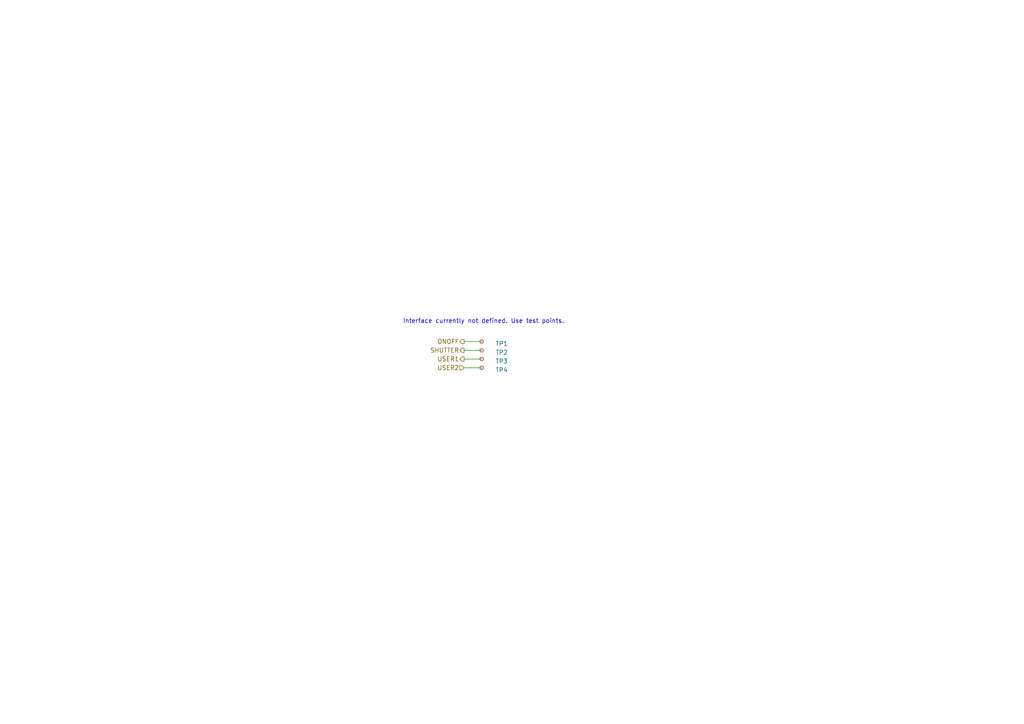
<source format=kicad_sch>
(kicad_sch (version 20211123) (generator eeschema)
  (paper "A4")
  (title_block (title "SitinaNe") (rev "R0.2") (company "Wenting"))
  (lib_symbols
    (symbol "Connector:TestPoint_Small" (pin_numbers hide) (pin_names (offset 0.762) hide)
      (property "Reference" "TP" (at 0 3.81 0))
      (property "Value" "TestPoint_Small" (at 0 2.032 0))
      (symbol "TestPoint_Small_0_1"
        (circle (center 0 0) (radius 0.508))
      )
      (symbol "TestPoint_Small_1_1"
        (pin passive line (at 0 0 90) (length 0) (name "1") (number "1"))
      )
    )
  )
  (wire (pts (xy 134.62 101.6) (xy 139.7 101.6)))
  (wire (pts (xy 134.62 99.06) (xy 139.7 99.06)))
  (wire (pts (xy 134.62 104.14) (xy 139.7 104.14)))
  (wire (pts (xy 134.62 106.68) (xy 139.7 106.68)))
  (text "Interface currently not defined. Use test points." (at 116.84 93.98 0) (effects (font (size 1.27 1.27)) (justify left bottom)))
  (hierarchical_label "USER2" (shape input) (at 134.62 106.68 180))
  (hierarchical_label "SHUTTER" (shape output) (at 134.62 101.6 180))
  (hierarchical_label "ONOFF" (shape output) (at 134.62 99.06 180))
  (hierarchical_label "USER1" (shape output) (at 134.62 104.14 180))
  (symbol (lib_id "Connector:TestPoint_Small") (at 139.7 99.06 180) (unit 1)
    (property "Reference" "TP1" (at 147.32 99.6951 0) (effects (justify left)))
    (property "Value" "TestPoint_Small" (effects hide))
    (property "Footprint" "TestPoint:TestPoint_Pad_D1.0mm" (effects hide))
  )
  (symbol (lib_id "Connector:TestPoint_Small") (at 139.7 101.6 180) (unit 1)
    (property "Reference" "TP2" (at 147.32 102.2351 0) (effects (justify left)))
    (property "Value" "TestPoint_Small" (effects hide))
    (property "Footprint" "TestPoint:TestPoint_Pad_D1.0mm" (effects hide))
  )
  (symbol (lib_id "Connector:TestPoint_Small") (at 139.7 104.14 180) (unit 1)
    (property "Reference" "TP3" (at 147.32 104.7751 0) (effects (justify left)))
    (property "Value" "TestPoint_Small" (effects hide))
    (property "Footprint" "TestPoint:TestPoint_Pad_D1.0mm" (effects hide))
  )
  (symbol (lib_id "Connector:TestPoint_Small") (at 139.7 106.68 180) (unit 1)
    (property "Reference" "TP4" (at 147.32 107.3151 0) (effects (justify left)))
    (property "Value" "TestPoint_Small" (effects hide))
    (property "Footprint" "TestPoint:TestPoint_Pad_D1.0mm" (effects hide))
  )
)
</source>
